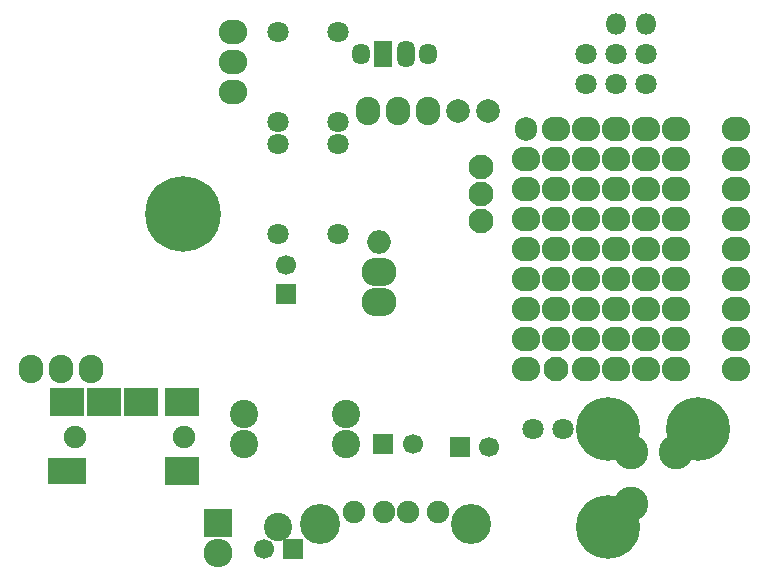
<source format=gbr>
G04 #@! TF.FileFunction,Soldermask,Bot*
%FSLAX46Y46*%
G04 Gerber Fmt 4.6, Leading zero omitted, Abs format (unit mm)*
G04 Created by KiCad (PCBNEW 4.0.2+dfsg1-stable) date 2016年08月16日 15時24分34秒*
%MOMM*%
G01*
G04 APERTURE LIST*
%ADD10C,0.100000*%
%ADD11C,2.400000*%
%ADD12C,6.400000*%
%ADD13O,1.517600X1.800000*%
%ADD14R,1.517600X2.305000*%
%ADD15O,1.517600X2.305000*%
%ADD16C,2.940000*%
%ADD17R,2.900000X2.400000*%
%ADD18R,3.200000X2.200000*%
%ADD19C,1.900000*%
%ADD20C,1.901140*%
%ADD21O,3.400000X3.400000*%
%ADD22C,2.099260*%
%ADD23C,1.700000*%
%ADD24R,1.700000X1.700000*%
%ADD25O,2.940000X2.432000*%
%ADD26O,2.000000X2.000000*%
%ADD27C,5.400000*%
%ADD28O,2.400000X2.100000*%
%ADD29O,2.100000X2.400000*%
%ADD30C,2.000000*%
%ADD31C,1.800000*%
%ADD32O,1.800000X1.800000*%
%ADD33C,1.797000*%
%ADD34O,1.900000X2.000000*%
%ADD35C,2.100000*%
%ADD36R,2.432000X2.432000*%
%ADD37O,2.432000X2.432000*%
%ADD38C,2.398980*%
G04 APERTURE END LIST*
D10*
D11*
X146304000Y-113030000D03*
X154940000Y-113030000D03*
D12*
X141135000Y-96055000D03*
D13*
X156210000Y-82550000D03*
D14*
X158115000Y-82550000D03*
D15*
X160020000Y-82550000D03*
D13*
X161925000Y-82550000D03*
D16*
X179070000Y-120650000D03*
X179070000Y-116205000D03*
X182880000Y-116205000D03*
D17*
X141040000Y-117835000D03*
D18*
X131340000Y-117835000D03*
D17*
X137640000Y-112035000D03*
X141040000Y-112035000D03*
X131340000Y-112035000D03*
D19*
X132040000Y-114935000D03*
X141240000Y-114935000D03*
D17*
X134440000Y-112035000D03*
D20*
X162751860Y-121282880D03*
X160211860Y-121282880D03*
X158179860Y-121282880D03*
X155639860Y-121282880D03*
D21*
X165539000Y-122315000D03*
X152739000Y-122315000D03*
D22*
X166370000Y-94424000D03*
X166370000Y-92132920D03*
X166370000Y-96715080D03*
D23*
X167092000Y-115824000D03*
D24*
X164592000Y-115824000D03*
D25*
X157784800Y-103530400D03*
X157784800Y-100990400D03*
D26*
X157784800Y-98450400D03*
D27*
X177165000Y-122555000D03*
X177165000Y-114300000D03*
X184785000Y-114300000D03*
D28*
X145415000Y-85725000D03*
X145415000Y-83185000D03*
X145415000Y-80645000D03*
D29*
X133350000Y-109220000D03*
X130810000Y-109220000D03*
X128270000Y-109220000D03*
X156845000Y-87376000D03*
X161925000Y-87376000D03*
X159385000Y-87376000D03*
D30*
X164465000Y-87376000D03*
X167005000Y-87376000D03*
D31*
X180340000Y-85090000D03*
X177800000Y-85090000D03*
X175260000Y-85090000D03*
X180340000Y-82550000D03*
X177800000Y-82550000D03*
X175260000Y-82550000D03*
D32*
X177800000Y-80010000D03*
X180340000Y-80010000D03*
D33*
X170815000Y-114300000D03*
X173355000Y-114300000D03*
D11*
X146304000Y-115570000D03*
X154940000Y-115570000D03*
D33*
X154305000Y-88265000D03*
X149225000Y-88265000D03*
X154305000Y-80645000D03*
X149225000Y-80645000D03*
D24*
X149860000Y-102870000D03*
D23*
X149860000Y-100370000D03*
X147995000Y-124460000D03*
D24*
X150495000Y-124460000D03*
D28*
X187961000Y-109220000D03*
X187961000Y-99060000D03*
X187961000Y-101600000D03*
X187961000Y-106680000D03*
X187961000Y-104140000D03*
X187961000Y-93980000D03*
X187961000Y-96520000D03*
X187961000Y-91440000D03*
X187961000Y-88900000D03*
X180341000Y-109220000D03*
X180341000Y-99060000D03*
X180341000Y-101600000D03*
X180341000Y-106680000D03*
X180341000Y-104140000D03*
X180341000Y-93980000D03*
X180341000Y-96520000D03*
X180341000Y-91440000D03*
X180341000Y-88900000D03*
X175261000Y-109220000D03*
X175261000Y-99060000D03*
X175261000Y-101600000D03*
X175261000Y-106680000D03*
X175261000Y-104140000D03*
X175261000Y-93980000D03*
X175261000Y-96520000D03*
X175261000Y-91440000D03*
X175261000Y-88900000D03*
X177801000Y-109220000D03*
X177801000Y-99060000D03*
X177801000Y-101600000D03*
X177801000Y-106680000D03*
X177801000Y-104140000D03*
X177801000Y-93980000D03*
X177801000Y-96520000D03*
X177801000Y-91440000D03*
X177801000Y-88900000D03*
X182881000Y-109220000D03*
X182881000Y-99060000D03*
X182881000Y-101600000D03*
X182881000Y-106680000D03*
X182881000Y-104140000D03*
X182881000Y-93980000D03*
X182881000Y-96520000D03*
X182881000Y-91440000D03*
X182881000Y-88900000D03*
X170181000Y-109220000D03*
X170181000Y-99060000D03*
X170181000Y-101600000D03*
X170181000Y-106680000D03*
X170181000Y-104140000D03*
X170181000Y-93980000D03*
X170181000Y-96520000D03*
X170181000Y-91440000D03*
D34*
X170181000Y-88900000D03*
D35*
X172721000Y-109220000D03*
D28*
X172721000Y-99060000D03*
X172721000Y-101600000D03*
X172721000Y-106680000D03*
X172721000Y-104140000D03*
X172721000Y-93980000D03*
X172721000Y-96520000D03*
X172721000Y-91440000D03*
X172721000Y-88900000D03*
D36*
X144119600Y-122224800D03*
D37*
X144119600Y-124764800D03*
D33*
X149225000Y-90170000D03*
X154305000Y-90170000D03*
X149225000Y-97790000D03*
X154305000Y-97790000D03*
D23*
X160615000Y-115570000D03*
D24*
X158115000Y-115570000D03*
D38*
X149225000Y-122555000D03*
M02*

</source>
